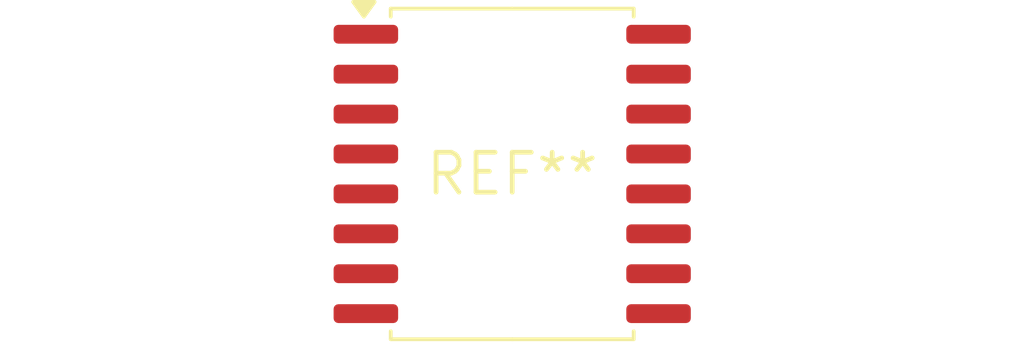
<source format=kicad_pcb>
(kicad_pcb (version 20240108) (generator pcbnew)
  (layers (0 "F.Cu" signal) (31 "B.Cu" signal) (34 "B.Paste" user) (35 "F.Paste" user) (36 "B.SilkS" user "B.Silkscreen") (37 "F.SilkS" user "F.Silkscreen") (38 "B.Mask" user) (39 "F.Mask" user) (44 "Edge.Cuts" user))
  (net 0 "")
  (footprint "SOIC-16W_7.5x10.3mm_P1.27mm" (layer "F.Cu") (at 0 0)
    (property "Reference" "REF**")
    (property "Value" "SOIC-16W_7.5x10.3mm_P1.27mm")
    (fp_line (start -3.86 -5.26) (end -3.86 -5.005) (layer "F.SilkS") (stroke (width 0.12)))
    (fp_line (start -3.86 5.26) (end -3.86 5.005) (layer "F.SilkS") (stroke (width 0.12)))
    (fp_line (start 0 -5.26) (end -3.86 -5.26) (layer "F.SilkS") (stroke (width 0.12)))
    (fp_line (start 0 -5.26) (end 3.86 -5.26) (layer "F.SilkS") (stroke (width 0.12)))
    (fp_line (start 0 5.26) (end -3.86 5.26) (layer "F.SilkS") (stroke (width 0.12)))
    (fp_line (start 0 5.26) (end 3.86 5.26) (layer "F.SilkS") (stroke (width 0.12)))
    (fp_line (start 3.86 -5.26) (end 3.86 -5.005) (layer "F.SilkS") (stroke (width 0.12)))
    (fp_line (start 3.86 5.26) (end 3.86 5.005) (layer "F.SilkS") (stroke (width 0.12)))
    (fp_poly (pts (xy -4.7125 -5.005) (xy -5.0525 -5.475) (xy -4.3725 -5.475) (xy -4.7125 -5.005)) (layer "F.SilkS") (stroke (width 0.12)) (fill solid))
    (pad "1" smd roundrect (at -4.65 -4.445) (size 2.05 0.6) (layers "F.Cu" "F.Paste" "F.Mask"))
    (pad "2" smd roundrect (at -4.65 -3.175) (size 2.05 0.6) (layers "F.Cu" "F.Paste" "F.Mask"))
    (pad "3" smd roundrect (at -4.65 -1.905) (size 2.05 0.6) (layers "F.Cu" "F.Paste" "F.Mask"))
    (pad "4" smd roundrect (at -4.65 -0.635) (size 2.05 0.6) (layers "F.Cu" "F.Paste" "F.Mask"))
    (pad "5" smd roundrect (at -4.65 0.635) (size 2.05 0.6) (layers "F.Cu" "F.Paste" "F.Mask"))
    (pad "6" smd roundrect (at -4.65 1.905) (size 2.05 0.6) (layers "F.Cu" "F.Paste" "F.Mask"))
    (pad "7" smd roundrect (at -4.65 3.175) (size 2.05 0.6) (layers "F.Cu" "F.Paste" "F.Mask"))
    (pad "8" smd roundrect (at -4.65 4.445) (size 2.05 0.6) (layers "F.Cu" "F.Paste" "F.Mask"))
    (pad "9" smd roundrect (at 4.65 4.445) (size 2.05 0.6) (layers "F.Cu" "F.Paste" "F.Mask"))
    (pad "10" smd roundrect (at 4.65 3.175) (size 2.05 0.6) (layers "F.Cu" "F.Paste" "F.Mask"))
    (pad "11" smd roundrect (at 4.65 1.905) (size 2.05 0.6) (layers "F.Cu" "F.Paste" "F.Mask"))
    (pad "12" smd roundrect (at 4.65 0.635) (size 2.05 0.6) (layers "F.Cu" "F.Paste" "F.Mask"))
    (pad "13" smd roundrect (at 4.65 -0.635) (size 2.05 0.6) (layers "F.Cu" "F.Paste" "F.Mask"))
    (pad "14" smd roundrect (at 4.65 -1.905) (size 2.05 0.6) (layers "F.Cu" "F.Paste" "F.Mask"))
    (pad "15" smd roundrect (at 4.65 -3.175) (size 2.05 0.6) (layers "F.Cu" "F.Paste" "F.Mask"))
    (pad "16" smd roundrect (at 4.65 -4.445) (size 2.05 0.6) (layers "F.Cu" "F.Paste" "F.Mask"))
  )
)
</source>
